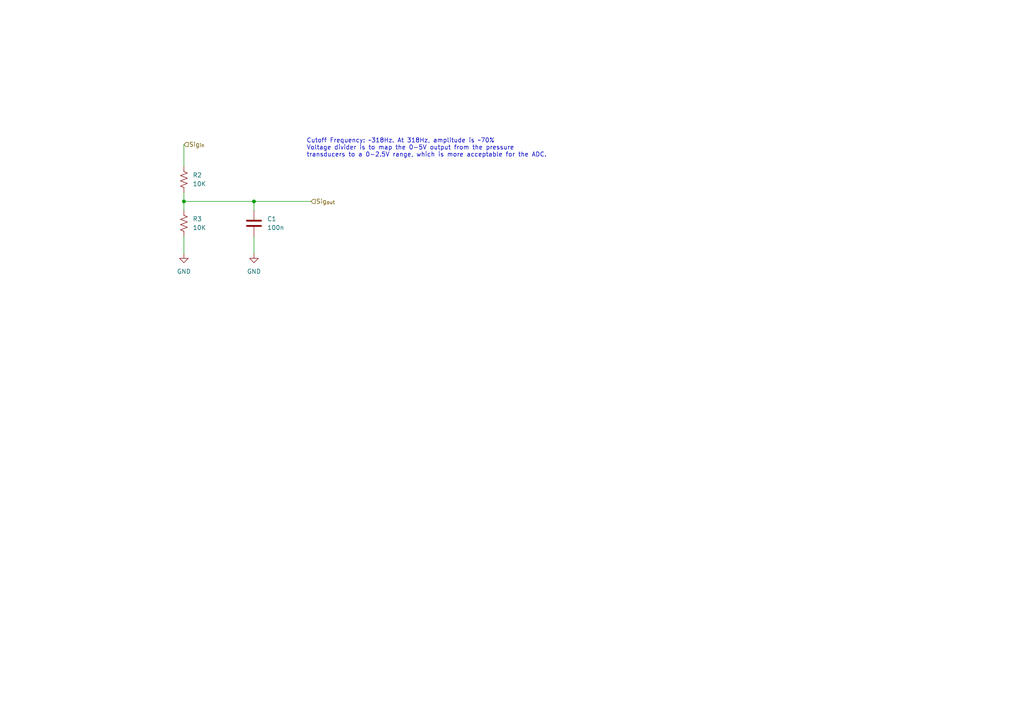
<source format=kicad_sch>
(kicad_sch (version 20230121) (generator eeschema)
  (paper "A4")
  (lib_symbols
    (symbol "Device:C" (pin_numbers hide) (pin_names (offset 0.254))
      (property "Reference" "C" (at 0.635 2.54 0))
      (property "Value" "C" (at 0.635 -2.54 0))
      (symbol "C_0_1"
        (polyline (pts (xy -2.032 -0.762) (xy 2.032 -0.762)) (stroke (width 0.508)))
        (polyline (pts (xy -2.032 0.762) (xy 2.032 0.762)) (stroke (width 0.508)))
      )
      (symbol "C_1_1"
        (pin passive line (at 0 3.81 270) (length 2.794) (name "~") (number "1"))
        (pin passive line (at 0 -3.81 90) (length 2.794) (name "~") (number "2"))
      )
    )
    (symbol "Device:R_US" (pin_numbers hide) (pin_names (offset 0))
      (property "Reference" "R" (at 2.54 0 90))
      (property "Value" "R_US" (at -2.54 0 90))
      (symbol "R_US_0_1"
        (polyline (pts (xy 0 -2.286) (xy 0 -2.54)))
        (polyline (pts (xy 0 2.286) (xy 0 2.54)))
        (polyline (pts (xy 0 -0.762) (xy 1.016 -1.143) (xy 0 -1.524) (xy -1.016 -1.905) (xy 0 -2.286)))
        (polyline (pts (xy 0 0.762) (xy 1.016 0.381) (xy 0 0) (xy -1.016 -0.381) (xy 0 -0.762)))
        (polyline (pts (xy 0 2.286) (xy 1.016 1.905) (xy 0 1.524) (xy -1.016 1.143) (xy 0 0.762)))
      )
      (symbol "R_US_1_1"
        (pin passive line (at 0 3.81 270) (length 1.27) (name "~") (number "1"))
        (pin passive line (at 0 -3.81 90) (length 1.27) (name "~") (number "2"))
      )
    )
    (symbol "power:GND" (power) (pin_names (offset 0))
      (property "Value" "GND" (at 0 -3.81 0))
      (symbol "GND_0_1"
        (polyline (pts (xy 0 0) (xy 0 -1.27) (xy 1.27 -1.27) (xy 0 -2.54) (xy -1.27 -1.27) (xy 0 -1.27)))
      )
      (symbol "GND_1_1"
        (pin power_in line (at 0 0 270) (length 0) hide (name "GND") (number "1"))
      )
    )
  )
  (junction (at 53.34 58.42))
  (junction (at 73.66 58.42))
  (wire (pts (xy 53.34 58.42) (xy 53.34 60.96)))
  (wire (pts (xy 73.66 68.58) (xy 73.66 73.66)))
  (wire (pts (xy 73.66 58.42) (xy 73.66 60.96)))
  (wire (pts (xy 53.34 41.91) (xy 53.34 48.26)))
  (wire (pts (xy 53.34 55.88) (xy 53.34 58.42)))
  (wire (pts (xy 53.34 58.42) (xy 73.66 58.42)))
  (wire (pts (xy 53.34 68.58) (xy 53.34 73.66)))
  (wire (pts (xy 73.66 58.42) (xy 90.17 58.42)))
  (text "Cutoff Frequency: ~318Hz. At 318Hz, amplitude is ~70%\nVoltage divider is to map the 0-5V output from the pressure\ntransducers to a 0-2.5V range, which is more acceptable for the ADC." (at 88.9 45.72 0) (effects (font (size 1.27 1.27)) (justify left bottom)))
  (hierarchical_label "Sig_{out}" (shape input) (at 90.17 58.42 0))
  (hierarchical_label "Sig_{in}" (shape input) (at 53.34 41.91 0))
  (symbol (lib_id "Device:R_US") (at 53.34 64.77 0) (unit 1)
    (property "Reference" "R3" (at 55.88 63.5 0) (effects (justify left)))
    (property "Value" "10K" (at 55.88 66.04 0) (effects (justify left)))
    (property "Footprint" "Resistor_SMD:R_0603_1608Metric" (effects hide))
    (property "Digikey" "https://www.digikey.com/en/products/detail/vishay-dale/TNPW060310K0BEEA/1606881" (effects hide))
    (instances (project "LEC" (path "" (reference "R3") (unit 1)) (path "" (reference "R4") (unit 1)) (path "" (reference "R6") (unit 1)) (path "" (reference "R8") (unit 1)) (path "" (reference "R10") (unit 1)) (path "" (reference "R12") (unit 1)) (path "" (reference "R14") (unit 1))))
  )
  (symbol (lib_id "Device:R_US") (at 53.34 52.07 0) (unit 1)
    (property "Reference" "R2" (at 55.88 50.8 0) (effects (justify left)))
    (property "Value" "10K" (at 55.88 53.34 0) (effects (justify left)))
    (property "Footprint" "Resistor_SMD:R_0603_1608Metric" (effects hide))
    (property "Digikey" "https://www.digikey.com/en/products/detail/vishay-dale/TNPW060310K0BEEA/1606881" (effects hide))
    (instances (project "LEC" (path "" (reference "R2") (unit 1)) (path "" (reference "R1") (unit 1)) (path "" (reference "R5") (unit 1)) (path "" (reference "R7") (unit 1)) (path "" (reference "R9") (unit 1)) (path "" (reference "R11") (unit 1)) (path "" (reference "R13") (unit 1))))
  )
  (symbol (lib_id "Device:C") (at 73.66 64.77 0) (unit 1)
    (property "Reference" "C1" (at 77.47 63.5 0) (effects (justify left)))
    (property "Value" "100n" (at 77.47 66.04 0) (effects (justify left)))
    (property "Footprint" "Capacitor_SMD:C_1206_3216Metric" (effects hide))
    (property "Digikey" "https://www.digikey.com/en/products/detail/murata-electronics/GRM3195C1H104JA05D/13531811" (effects hide))
    (instances (project "LEC" (path "" (reference "C1") (unit 1)) (path "" (reference "C4") (unit 1)) (path "" (reference "C5") (unit 1)) (path "" (reference "C6") (unit 1)) (path "" (reference "C7") (unit 1)) (path "" (reference "C8") (unit 1)) (path "" (reference "C9") (unit 1))))
  )
  (symbol (lib_id "power:GND") (at 53.34 73.66 0) (unit 1)
    (property "Reference" "#PWR049" (effects hide))
    (property "Value" "GND" (at 53.34 78.74 0))
    (instances (project "LEC" (path "" (reference "#PWR049") (unit 1)) (path "" (reference "#PWR03") (unit 1)) (path "" (reference "#PWR04") (unit 1)) (path "" (reference "#PWR016") (unit 1)) (path "" (reference "#PWR033") (unit 1)) (path "" (reference "#PWR021") (unit 1)) (path "" (reference "#PWR023") (unit 1))))
  )
  (symbol (lib_id "power:GND") (at 73.66 73.66 0) (unit 1)
    (property "Reference" "#PWR019" (effects hide))
    (property "Value" "GND" (at 73.66 78.74 0))
    (instances (project "LEC" (path "" (reference "#PWR019") (unit 1)) (path "" (reference "#PWR027") (unit 1)) (path "" (reference "#PWR029") (unit 1)) (path "" (reference "#PWR031") (unit 1)) (path "" (reference "#PWR050") (unit 1)) (path "" (reference "#PWR035") (unit 1)) (path "" (reference "#PWR037") (unit 1))))
  )
)
</source>
